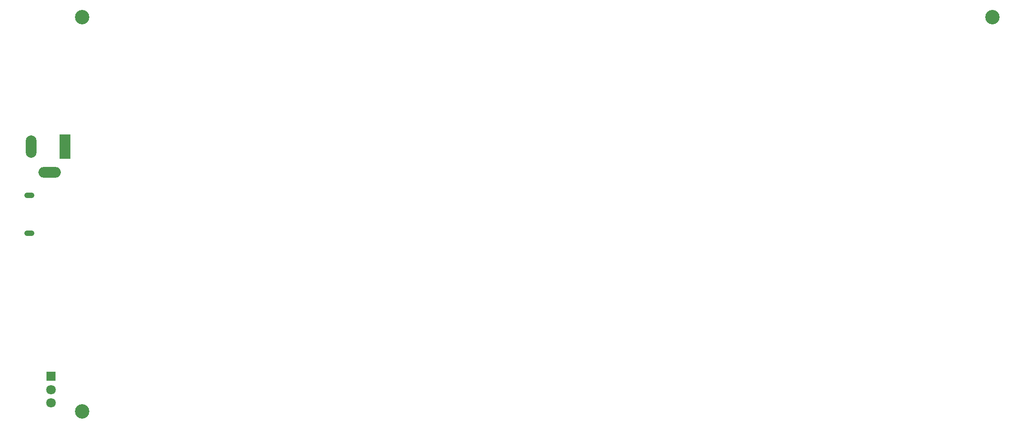
<source format=gbr>
%TF.GenerationSoftware,KiCad,Pcbnew,(6.0.9)*%
%TF.CreationDate,2023-01-28T03:07:56-08:00*%
%TF.ProjectId,GrowLight,47726f77-4c69-4676-9874-2e6b69636164,rev?*%
%TF.SameCoordinates,Original*%
%TF.FileFunction,Soldermask,Bot*%
%TF.FilePolarity,Negative*%
%FSLAX46Y46*%
G04 Gerber Fmt 4.6, Leading zero omitted, Abs format (unit mm)*
G04 Created by KiCad (PCBNEW (6.0.9)) date 2023-01-28 03:07:56*
%MOMM*%
%LPD*%
G01*
G04 APERTURE LIST*
%ADD10C,2.700000*%
%ADD11R,2.000000X4.600000*%
%ADD12O,2.000000X4.200000*%
%ADD13O,4.200000X2.000000*%
%ADD14R,1.800000X1.800000*%
%ADD15C,1.800000*%
%ADD16O,1.900000X1.050000*%
G04 APERTURE END LIST*
D10*
%TO.C,H3*%
X224790000Y-65000000D03*
%TD*%
%TO.C,H2*%
X54000000Y-65000000D03*
%TD*%
%TO.C,H1*%
X54000000Y-139000000D03*
%TD*%
D11*
%TO.C,J1*%
X50800000Y-89281000D03*
D12*
X44500000Y-89281000D03*
D13*
X47900000Y-94081000D03*
%TD*%
D14*
%TO.C,RV1*%
X48152000Y-132374000D03*
D15*
X48152000Y-134874000D03*
X48152000Y-137374000D03*
%TD*%
D16*
%TO.C,J2*%
X44150000Y-98406000D03*
X44150000Y-105556000D03*
%TD*%
M02*

</source>
